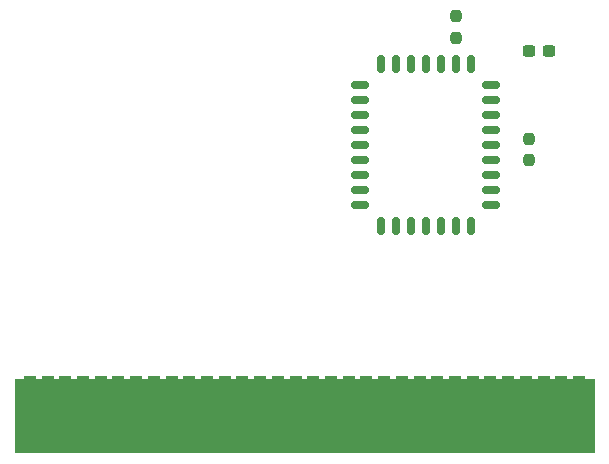
<source format=gbr>
%TF.GenerationSoftware,KiCad,Pcbnew,9.0.0*%
%TF.CreationDate,2025-05-20T18:18:11-06:00*%
%TF.ProjectId,GB_Card32k,47425f43-6172-4643-9332-6b2e6b696361,rev?*%
%TF.SameCoordinates,Original*%
%TF.FileFunction,Soldermask,Top*%
%TF.FilePolarity,Negative*%
%FSLAX46Y46*%
G04 Gerber Fmt 4.6, Leading zero omitted, Abs format (unit mm)*
G04 Created by KiCad (PCBNEW 9.0.0) date 2025-05-20 18:18:11*
%MOMM*%
%LPD*%
G01*
G04 APERTURE LIST*
G04 Aperture macros list*
%AMRoundRect*
0 Rectangle with rounded corners*
0 $1 Rounding radius*
0 $2 $3 $4 $5 $6 $7 $8 $9 X,Y pos of 4 corners*
0 Add a 4 corners polygon primitive as box body*
4,1,4,$2,$3,$4,$5,$6,$7,$8,$9,$2,$3,0*
0 Add four circle primitives for the rounded corners*
1,1,$1+$1,$2,$3*
1,1,$1+$1,$4,$5*
1,1,$1+$1,$6,$7*
1,1,$1+$1,$8,$9*
0 Add four rect primitives between the rounded corners*
20,1,$1+$1,$2,$3,$4,$5,0*
20,1,$1+$1,$4,$5,$6,$7,0*
20,1,$1+$1,$6,$7,$8,$9,0*
20,1,$1+$1,$8,$9,$2,$3,0*%
G04 Aperture macros list end*
%ADD10C,0.100000*%
%ADD11RoundRect,0.237500X-0.237500X0.250000X-0.237500X-0.250000X0.237500X-0.250000X0.237500X0.250000X0*%
%ADD12RoundRect,0.150000X-0.150000X-0.587500X0.150000X-0.587500X0.150000X0.587500X-0.150000X0.587500X0*%
%ADD13RoundRect,0.150000X-0.587500X-0.150000X0.587500X-0.150000X0.587500X0.150000X-0.587500X0.150000X0*%
%ADD14R,1.000000X6.000000*%
%ADD15R,1.000000X5.500000*%
%ADD16RoundRect,0.237500X0.300000X0.237500X-0.300000X0.237500X-0.300000X-0.237500X0.300000X-0.237500X0*%
G04 APERTURE END LIST*
D10*
X120000000Y-122800000D02*
X169000000Y-122800000D01*
X169000000Y-129000000D01*
X120000000Y-129000000D01*
X120000000Y-122800000D01*
G36*
X120000000Y-122800000D02*
G01*
X169000000Y-122800000D01*
X169000000Y-129000000D01*
X120000000Y-129000000D01*
X120000000Y-122800000D01*
G37*
D11*
%TO.C,R2*%
X163500000Y-104272500D03*
X163500000Y-102447500D03*
%TD*%
D12*
%TO.C,U1*%
X156040000Y-96162500D03*
X157310000Y-96162500D03*
X158580000Y-96162500D03*
D13*
X160332500Y-97920000D03*
X160332500Y-99190000D03*
X160332500Y-100460000D03*
X160332500Y-101730000D03*
X160332500Y-103000000D03*
X160332500Y-104270000D03*
X160332500Y-105540000D03*
X160332500Y-106810000D03*
X160332500Y-108080000D03*
D12*
X158580000Y-109837500D03*
X157310000Y-109837500D03*
X156040000Y-109837500D03*
X154770000Y-109837500D03*
X153500000Y-109837500D03*
X152230000Y-109837500D03*
X150960000Y-109837500D03*
D13*
X149207500Y-108080000D03*
X149207500Y-106810000D03*
X149207500Y-105540000D03*
X149207500Y-104270000D03*
X149207500Y-103000000D03*
X149207500Y-101730000D03*
X149207500Y-100460000D03*
X149207500Y-99190000D03*
X149207500Y-97920000D03*
D12*
X150960000Y-96162500D03*
X152230000Y-96162500D03*
X153500000Y-96162500D03*
X154770000Y-96162500D03*
%TD*%
D14*
%TO.C,J1*%
X121250000Y-125500000D03*
D15*
X122750000Y-125250000D03*
X124250000Y-125250000D03*
X125750000Y-125250000D03*
X127250000Y-125250000D03*
X128750000Y-125250000D03*
X130250000Y-125250000D03*
X131750000Y-125250000D03*
X133250000Y-125250000D03*
X134750000Y-125250000D03*
X136250000Y-125250000D03*
X137750000Y-125250000D03*
X139250000Y-125250000D03*
X140750000Y-125250000D03*
X142250000Y-125250000D03*
X143750000Y-125250000D03*
X145250000Y-125250000D03*
X146750000Y-125250000D03*
X148250000Y-125250000D03*
X149750000Y-125250000D03*
X151250000Y-125250000D03*
X152750000Y-125250000D03*
X154250000Y-125250000D03*
X155750000Y-125250000D03*
X157250000Y-125250000D03*
X158750000Y-125250000D03*
X160250000Y-125250000D03*
X161750000Y-125250000D03*
X163250000Y-125250000D03*
X164750000Y-125250000D03*
X166250000Y-125250000D03*
D14*
X167750000Y-125500000D03*
%TD*%
D11*
%TO.C,R1*%
X157320000Y-92087500D03*
X157320000Y-93912500D03*
%TD*%
D16*
%TO.C,C1*%
X165225000Y-95000000D03*
X163500000Y-95000000D03*
%TD*%
M02*

</source>
